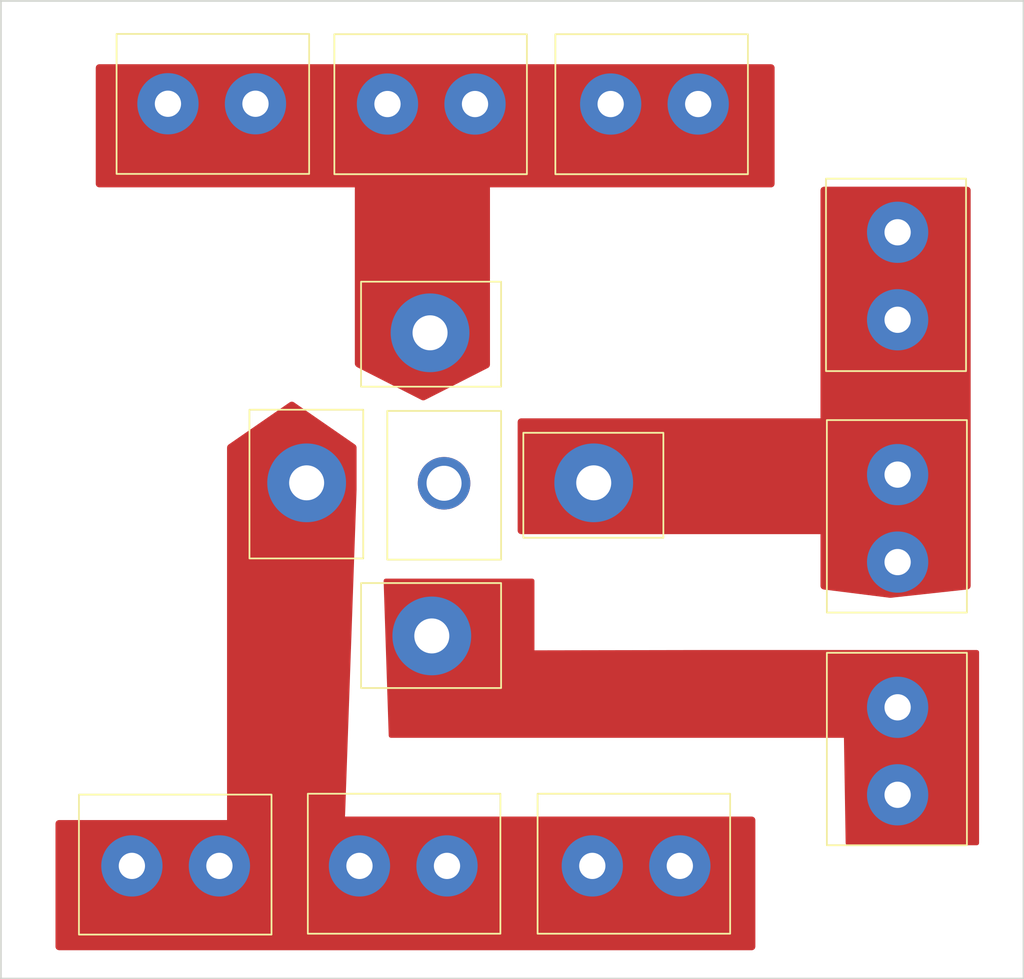
<source format=kicad_pcb>
(kicad_pcb (version 20221018) (generator pcbnew)
  (layers (0 "F.Cu" signal) (31 "B.Cu" signal) (34 "B.Paste" user) (35 "F.Paste" user) (36 "B.SilkS" user "B.Silkscreen") (37 "F.SilkS" user "F.Silkscreen") (38 "B.Mask" user) (39 "F.Mask" user) (44 "Edge.Cuts" user))
  (net 0 "")
  (net 1 "positive_motors")
  (net 2 "negative_motors")
  (net 3 "pwr")
  (net 4 "gnd")
  (footprint "clipboard:3956bf9f-648b-47b4-8fb4-f867ac44dcf9" (layer "F.Cu") (at 152.4 109.22)
    (fp_text reference "" (at 17.78 -5.08) (layer "F.SilkS") (effects (font (size 1.27 1.27))))
    (fp_text value "" (at 0 0) (layer "F.SilkS") (effects (font (size 1.27 1.27))))
    (fp_rect (start -31.1 -7.975) (end -20.1 0.025) (stroke (width 0.1)) (fill none) (layer "F.SilkS"))
    (fp_rect (start -28.95 -51.45) (end -17.95 -43.45) (stroke (width 0.1)) (fill none) (layer "F.SilkS"))
    (fp_rect (start -18.025 -8.025) (end -7.025 -0.025) (stroke (width 0.1)) (fill none) (layer "F.SilkS"))
    (fp_rect (start -16.51 -51.434) (end -5.51 -43.434) (stroke (width 0.1)) (fill none) (layer "F.SilkS"))
    (fp_rect (start -14.859 -29.972) (end -21.359 -21.472) (stroke (width 0.1)) (fill none) (layer "F.SilkS"))
    (fp_rect (start -6.985 -37.29) (end -14.985 -31.29) (stroke (width 0.1)) (fill none) (layer "F.SilkS"))
    (fp_rect (start -6.985 -29.904) (end -13.485 -21.404) (stroke (width 0.1)) (fill none) (layer "F.SilkS"))
    (fp_rect (start -6.985 -20.066) (end -14.985 -14.066) (stroke (width 0.1)) (fill none) (layer "F.SilkS"))
    (fp_rect (start -4.9 -8.025) (end 6.1 -0.025) (stroke (width 0.1)) (fill none) (layer "F.SilkS"))
    (fp_rect (start -3.885 -51.434) (end 7.115 -43.434) (stroke (width 0.1)) (fill none) (layer "F.SilkS"))
    (fp_rect (start 2.285 -28.654) (end -5.715 -22.654) (stroke (width 0.1)) (fill none) (layer "F.SilkS"))
    (fp_rect (start 11.575 -32.18) (end 19.575 -43.18) (stroke (width 0.1)) (fill none) (layer "F.SilkS"))
    (fp_rect (start 11.625 -18.38) (end 19.625 -29.38) (stroke (width 0.1)) (fill none) (layer "F.SilkS"))
    (fp_rect (start 11.625 -5.08) (end 19.625 -16.08) (stroke (width 0.1)) (fill none) (layer "F.SilkS"))
    (pad "1" thru_hole circle (at -28.076 -3.9) (size 3.5 3.5) (drill 1.5) (layers "*.Cu" "*.Mask") (net 1 "positive_motors"))
    (pad "1" thru_hole circle (at -26.016 -47.46) (size 3.5 3.5) (drill 1.5) (layers "*.Cu" "*.Mask") (net 2 "negative_motors"))
    (pad "1" thru_hole circle (at -23.076 -3.9) (size 3.5 3.5) (drill 1.5) (layers "*.Cu" "*.Mask") (net 1 "positive_motors"))
    (pad "1" thru_hole circle (at -21.016 -47.46) (size 3.5 3.5) (drill 1.5) (layers "*.Cu" "*.Mask") (net 2 "negative_motors"))
    (pad "1" thru_hole circle (at -15.075 -3.9) (size 3.5 3.5) (drill 1.5) (layers "*.Cu" "*.Mask") (net 1 "positive_motors"))
    (pad "1" thru_hole circle (at -13.475 -47.444) (size 3.5 3.5) (drill 1.5) (layers "*.Cu" "*.Mask") (net 2 "negative_motors"))
    (pad "1" thru_hole circle (at -10.075 -3.9) (size 3.5 3.5) (drill 1.5) (layers "*.Cu" "*.Mask") (net 1 "positive_motors"))
    (pad "1" thru_hole circle (at -8.475 -47.444) (size 3.5 3.5) (drill 1.5) (layers "*.Cu" "*.Mask") (net 2 "negative_motors"))
    (pad "1" thru_hole circle (at -1.775 -3.9) (size 3.5 3.5) (drill 1.5) (layers "*.Cu" "*.Mask") (net 1 "positive_motors"))
    (pad "1" thru_hole circle (at -0.725 -47.444) (size 3.5 3.5) (drill 1.5) (layers "*.Cu" "*.Mask") (net 2 "negative_motors"))
    (pad "1" thru_hole circle (at 3.225 -3.9) (size 3.5 3.5) (drill 1.5) (layers "*.Cu" "*.Mask") (net 1 "positive_motors"))
    (pad "1" thru_hole circle (at 4.275 -47.444) (size 3.5 3.5) (drill 1.5) (layers "*.Cu" "*.Mask") (net 2 "negative_motors"))
    (pad "1" thru_hole circle (at 15.667 -40.114) (size 3.5 3.5) (drill 1.5) (layers "*.Cu" "*.Mask") (net 3 "pwr"))
    (pad "1" thru_hole circle (at 15.667 -35.114) (size 3.5 3.5) (drill 1.5) (layers "*.Cu" "*.Mask") (net 3 "pwr"))
    (pad "1" thru_hole circle (at 15.667 -26.264) (size 3.5 3.5) (drill 1.5) (layers "*.Cu" "*.Mask") (net 3 "pwr"))
    (pad "1" thru_hole circle (at 15.667 -21.264) (size 3.5 3.5) (drill 1.5) (layers "*.Cu" "*.Mask") (net 3 "pwr"))
    (pad "1" thru_hole circle (at 15.667 -12.964) (size 3.5 3.5) (drill 1.5) (layers "*.Cu" "*.Mask") (net 4 "gnd"))
    (pad "1" thru_hole circle (at 15.667 -7.964) (size 3.5 3.5) (drill 1.5) (layers "*.Cu" "*.Mask") (net 4 "gnd"))
    (pad "2" thru_hole circle (at -18.093 -25.794) (size 4.5 4.5) (drill 2) (layers "*.Cu" "*.Mask") (net 1 "positive_motors"))
    (pad "2" thru_hole circle (at -11.043 -34.369) (size 4.5 4.5) (drill 2) (layers "*.Cu" "*.Mask") (net 2 "negative_motors"))
    (pad "2" thru_hole circle (at -10.943 -17.044) (size 4.5 4.5) (drill 2) (layers "*.Cu" "*.Mask") (net 4 "gnd"))
    (pad "2" thru_hole circle (at -10.243 -25.769) (size 3 3) (drill 2) (layers "*.Cu" "*.Mask"))
    (pad "2" thru_hole circle (at -1.693 -25.794) (size 4.5 4.5) (drill 2) (layers "*.Cu" "*.Mask") (net 3 "pwr"))
  )
  (gr_rect (start 116.84 55.88) (end 175.26 111.76) (stroke (width 0.1)) (fill none) (layer "Edge.Cuts"))
  (segment (start 134.3 83.433) (end 134.307 83.426) (width 0) (layer "F.Cu") (net 1))
  (segment (start 133.7 84.033) (end 134.307 83.426) (width 0) (layer "F.Cu") (net 1))
  (segment (start 141.891 92.61) (end 141.457 92.176) (width 0.2) (layer "F.Cu") (net 4))
  (zone (net 1) (net_name "positive_motors") (layer "F.Cu") (priority 2) (connect_pads yes (clearance 0.5)) (min_thickness 0.4) (fill yes (thermal_gap 0.5) (thermal_bridge_width 0.5))
    (polygon (pts (xy 133.46 78.74) (xy 129.76 81.3) (xy 129.76 102.7) (xy 119.96 102.7) (xy 119.96 110.14) (xy 159.94 110.14) (xy 159.94 102.5) (xy 136.5 102.5) (xy 137.16 83.82) (xy 137.16 81.3)))
  )
  (zone (net 3) (net_name "pwr") (layer "F.Cu") (priority 1) (connect_pads yes (clearance 0.5)) (min_thickness 0.4) (fill yes (thermal_gap 0.5) (thermal_bridge_width 0.5))
    (polygon (pts (xy 146.36 79.74) (xy 146.36 86.36) (xy 163.66 86.36) (xy 163.66 89.5) (xy 167.64 90) (xy 172.24 89.5) (xy 172.24 66.5) (xy 163.66 66.5) (xy 163.66 79.74)))
  )
  (zone (net 4) (net_name "gnd") (layer "F.Cu") (priority 3) (connect_pads yes (clearance 0.5)) (min_thickness 0.25) (fill yes (thermal_gap 0.5) (thermal_bridge_width 0.5))
    (polygon (pts (xy 147.32 88.9) (xy 147.32 93) (xy 157.48 92.98) (xy 172.72 92.98) (xy 172.72 104.14) (xy 165.1 104.14) (xy 165 98) (xy 139 98) (xy 138.7 88.9)))
  )
  (zone (net 2) (net_name "negative_motors") (layer "F.Cu") (connect_pads yes (clearance 0.5)) (min_thickness 0.4) (fill yes (thermal_gap 0.5) (thermal_bridge_width 0.5))
    (polygon (pts (xy 137.16 76.8) (xy 140.97 78.74) (xy 144.78 76.8) (xy 144.78 66.54) (xy 161.04 66.54) (xy 161.04 59.5) (xy 122.26 59.5) (xy 122.26 66.54) (xy 137.06 66.54) (xy 137.06 76.7)))
  )
)
</source>
